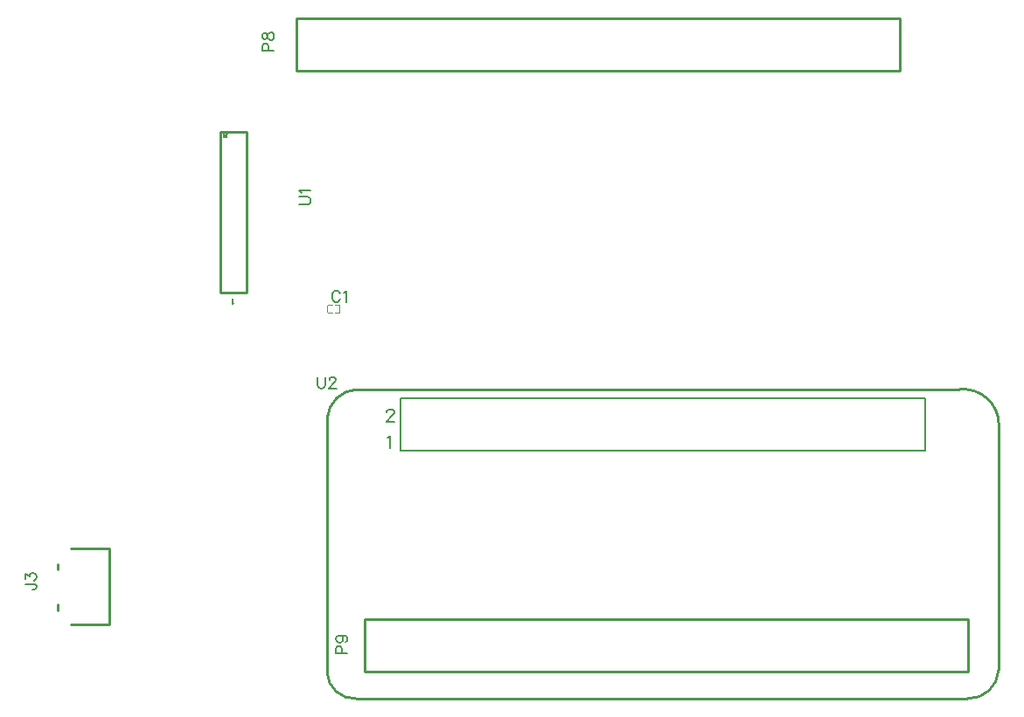
<source format=gto>
G04 Layer: TopSilkLayer*
G04 EasyEDA v6.3.43, 2020-05-28T19:53:23--7:00*
G04 7fdf06d367af498c9bd436b09c1433f1,d8a4e85e13c24898b9272ed7a7ead91d,10*
G04 Gerber Generator version 0.2*
G04 Scale: 100 percent, Rotated: No, Reflected: No *
G04 Dimensions in inches *
G04 leading zeros omitted , absolute positions ,2 integer and 4 decimal *
%FSLAX24Y24*%
%MOIN*%
G90*
G70D02*

%ADD10C,0.010000*%
%ADD23C,0.003937*%
%ADD24C,0.007900*%
%ADD25C,0.006000*%
%ADD26C,0.008000*%

%LPD*%
G54D10*
G01X7200Y15830D02*
G01X6200Y15830D01*
G01X6200Y15830D02*
G01X6200Y21969D01*
G01X6200Y21969D02*
G01X7200Y21969D01*
G01X7200Y21969D02*
G01X7200Y15830D01*
G54D23*
G01X10539Y15349D02*
G01X10696Y15349D01*
G01X10736Y15318D02*
G01X10736Y15081D01*
G01X10539Y15050D02*
G01X10696Y15050D01*
G01X10303Y15050D02*
G01X10460Y15050D01*
G01X10303Y15349D02*
G01X10460Y15349D01*
G01X10263Y15318D02*
G01X10263Y15081D01*
G01X10704Y15349D02*
G01X10696Y15349D01*
G01X10704Y15050D02*
G01X10696Y15050D01*
G01X10295Y15349D02*
G01X10303Y15349D01*
G01X10295Y15050D02*
G01X10303Y15050D01*
G54D10*
G01X34700Y3350D02*
G01X11700Y3350D01*
G01X11700Y1350D01*
G01X34700Y1350D01*
G01X34700Y3350D01*
G01X32100Y26300D02*
G01X9100Y26300D01*
G01X9100Y24300D01*
G01X32100Y24300D01*
G01X32100Y26300D01*
G01X-21Y3688D02*
G01X-21Y3930D01*
G01X-21Y5272D02*
G01X-21Y5475D01*
G01X500Y3150D02*
G01X1943Y3143D01*
G01X1943Y3143D02*
G01X1943Y6053D01*
G01X1940Y6056D01*
G01X1940Y6056D02*
G01X500Y6050D01*
G54D24*
G01X33050Y9800D02*
G01X33050Y11800D01*
G01X13050Y9800D02*
G01X13050Y11800D01*
G01X13050Y11800D02*
G01X33050Y11800D01*
G01X13050Y9800D02*
G01X33050Y9800D01*
G54D10*
G01X11355Y12128D02*
G01X34355Y12128D01*
G01X35855Y1428D02*
G01X35855Y10828D01*
G01X11355Y328D02*
G01X34655Y328D01*
G01X10255Y1328D02*
G01X10255Y11028D01*
G54D25*
G01X6700Y15426D02*
G01X6681Y15417D01*
G01X6655Y15390D01*
G01X6655Y15582D01*
G01X6394Y21761D02*
G01X6422Y21769D01*
G01X6431Y21788D01*
G01X6431Y21805D01*
G01X6422Y21825D01*
G01X6403Y21834D01*
G01X6367Y21842D01*
G01X6339Y21852D01*
G01X6322Y21869D01*
G01X6313Y21888D01*
G01X6313Y21915D01*
G01X6322Y21934D01*
G01X6331Y21942D01*
G01X6357Y21952D01*
G01X6394Y21952D01*
G01X6422Y21942D01*
G01X6431Y21934D01*
G01X6439Y21915D01*
G01X6439Y21888D01*
G01X6431Y21869D01*
G01X6413Y21852D01*
G01X6385Y21842D01*
G01X6348Y21834D01*
G01X6331Y21825D01*
G01X6322Y21805D01*
G01X6322Y21788D01*
G01X6331Y21769D01*
G01X6357Y21761D01*
G01X6394Y21761D01*
G01X10748Y15801D02*
G01X10727Y15842D01*
G01X10686Y15884D01*
G01X10646Y15903D01*
G01X10564Y15903D01*
G01X10523Y15884D01*
G01X10482Y15842D01*
G01X10461Y15801D01*
G01X10441Y15740D01*
G01X10441Y15638D01*
G01X10461Y15576D01*
G01X10482Y15536D01*
G01X10523Y15494D01*
G01X10564Y15475D01*
G01X10646Y15475D01*
G01X10686Y15494D01*
G01X10727Y15536D01*
G01X10748Y15576D01*
G01X10883Y15821D02*
G01X10924Y15842D01*
G01X10985Y15903D01*
G01X10985Y15475D01*
G01X9196Y19190D02*
G01X9502Y19190D01*
G01X9564Y19209D01*
G01X9605Y19251D01*
G01X9625Y19313D01*
G01X9625Y19353D01*
G01X9605Y19415D01*
G01X9564Y19455D01*
G01X9502Y19476D01*
G01X9196Y19476D01*
G01X9277Y19611D02*
G01X9256Y19652D01*
G01X9196Y19713D01*
G01X9625Y19713D01*
G01X10596Y2050D02*
G01X11025Y2050D01*
G01X10596Y2050D02*
G01X10596Y2234D01*
G01X10615Y2294D01*
G01X10636Y2315D01*
G01X10677Y2336D01*
G01X10739Y2336D01*
G01X10780Y2315D01*
G01X10800Y2294D01*
G01X10821Y2234D01*
G01X10821Y2050D01*
G01X10739Y2736D02*
G01X10800Y2717D01*
G01X10840Y2676D01*
G01X10861Y2615D01*
G01X10861Y2594D01*
G01X10840Y2532D01*
G01X10800Y2492D01*
G01X10739Y2471D01*
G01X10718Y2471D01*
G01X10656Y2492D01*
G01X10615Y2532D01*
G01X10596Y2594D01*
G01X10596Y2615D01*
G01X10615Y2676D01*
G01X10656Y2717D01*
G01X10739Y2736D01*
G01X10840Y2736D01*
G01X10943Y2717D01*
G01X11005Y2676D01*
G01X11025Y2615D01*
G01X11025Y2573D01*
G01X11005Y2511D01*
G01X10964Y2492D01*
G01X7796Y25050D02*
G01X8225Y25050D01*
G01X7796Y25050D02*
G01X7796Y25234D01*
G01X7815Y25294D01*
G01X7836Y25315D01*
G01X7877Y25336D01*
G01X7939Y25336D01*
G01X7980Y25315D01*
G01X8000Y25294D01*
G01X8021Y25234D01*
G01X8021Y25050D01*
G01X7796Y25573D02*
G01X7815Y25511D01*
G01X7856Y25492D01*
G01X7897Y25492D01*
G01X7939Y25511D01*
G01X7960Y25553D01*
G01X7980Y25634D01*
G01X8000Y25696D01*
G01X8040Y25736D01*
G01X8081Y25757D01*
G01X8143Y25757D01*
G01X8185Y25736D01*
G01X8205Y25717D01*
G01X8225Y25655D01*
G01X8225Y25573D01*
G01X8205Y25511D01*
G01X8185Y25492D01*
G01X8143Y25471D01*
G01X8081Y25471D01*
G01X8040Y25492D01*
G01X8000Y25532D01*
G01X7980Y25594D01*
G01X7960Y25676D01*
G01X7939Y25717D01*
G01X7897Y25736D01*
G01X7856Y25736D01*
G01X7815Y25717D01*
G01X7796Y25655D01*
G01X7796Y25573D01*
G01X-1253Y4706D02*
G01X-926Y4706D01*
G01X-864Y4685D01*
G01X-844Y4665D01*
G01X-824Y4624D01*
G01X-824Y4583D01*
G01X-844Y4542D01*
G01X-864Y4521D01*
G01X-926Y4501D01*
G01X-967Y4501D01*
G01X-1253Y4881D02*
G01X-1253Y5106D01*
G01X-1089Y4984D01*
G01X-1089Y5045D01*
G01X-1069Y5086D01*
G01X-1049Y5106D01*
G01X-987Y5127D01*
G01X-946Y5127D01*
G01X-885Y5106D01*
G01X-844Y5066D01*
G01X-824Y5004D01*
G01X-824Y4943D01*
G01X-844Y4881D01*
G01X-864Y4861D01*
G01X-905Y4841D01*
G01X9900Y12603D02*
G01X9900Y12296D01*
G01X9919Y12236D01*
G01X9960Y12194D01*
G01X10022Y12175D01*
G01X10064Y12175D01*
G01X10125Y12194D01*
G01X10165Y12236D01*
G01X10185Y12296D01*
G01X10185Y12603D01*
G01X10342Y12501D02*
G01X10342Y12521D01*
G01X10361Y12563D01*
G01X10382Y12584D01*
G01X10423Y12603D01*
G01X10505Y12603D01*
G01X10546Y12584D01*
G01X10567Y12563D01*
G01X10586Y12521D01*
G01X10586Y12480D01*
G01X10567Y12440D01*
G01X10526Y12378D01*
G01X10321Y12175D01*
G01X10607Y12175D01*
G54D26*
G01X12532Y11259D02*
G01X12532Y11282D01*
G01X12555Y11326D01*
G01X12577Y11350D01*
G01X12623Y11373D01*
G01X12714Y11373D01*
G01X12760Y11350D01*
G01X12782Y11326D01*
G01X12805Y11282D01*
G01X12805Y11236D01*
G01X12782Y11190D01*
G01X12736Y11123D01*
G01X12510Y10894D01*
G01X12827Y10894D01*
G01X12550Y10282D02*
G01X12594Y10305D01*
G01X12664Y10373D01*
G01X12664Y9894D01*
G54D23*
G75*
G01X10736Y15318D02*
G03X10705Y15350I-31J0D01*
G01*
G75*
G01X10736Y15082D02*
G02X10705Y15050I-31J0D01*
G01*
G75*
G01X10264Y15318D02*
G02X10295Y15350I31J0D01*
G01*
G75*
G01X10264Y15082D02*
G03X10295Y15050I31J0D01*
G01*
G54D10*
G75*
G01X10255Y11028D02*
G02X11413Y12131I1200J-100D01*
G01*
G75*
G01X34355Y12128D02*
G02X35863Y10778I150J-1350D01*
G01*
G75*
G01X35855Y1428D02*
G02X34661Y328I-1150J50D01*
G01*
G75*
G01X11355Y328D02*
G02X10255Y1320I-50J1050D01*
G01*
M00*
M02*

</source>
